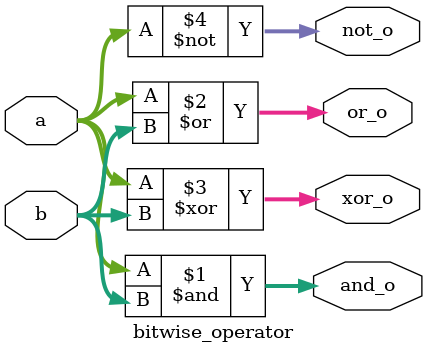
<source format=v>
module bitwise_operator(
    input [3:0] a,b,
    output [3:0] and_o,or_o,not_o,xor_o
    );
    assign and_o= a&b;
    assign or_o= a|b;
    assign xor_o=a^b;
    assign not_o=~a;
    endmodule
    
/*OUTPUT
meenakshi@meenakshi-Inspiron-3501:~/verilog/bitwise_operator$ vvp bitwise_operator.out
VCD info: dumpfile bitwise_operator.vcd opened for output.
$time=0|a=1010|b=1100| AND =1000| OR=1110| XOR=0110,NOT=0101
a=1010 b=1100
AND = 1000
OR  = 1110
XOR = 0110
NOT = 0101
bitwise_operator_tb.v:23: $finish called at 10 (1s)
*/

</source>
